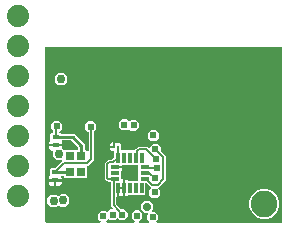
<source format=gbr>
G04 EAGLE Gerber X2 export*
%TF.Part,Single*%
%TF.FileFunction,Copper,L4,Bot,Mixed*%
%TF.FilePolarity,Positive*%
%TF.GenerationSoftware,Autodesk,EAGLE,9.0.0*%
%TF.CreationDate,2018-06-20T01:15:49Z*%
G75*
%MOMM*%
%FSLAX34Y34*%
%LPD*%
%AMOC8*
5,1,8,0,0,1.08239X$1,22.5*%
G01*
%ADD10R,0.177800X0.254000*%
%ADD11R,0.600000X0.400000*%
%ADD12C,1.879600*%
%ADD13R,0.300000X0.925000*%
%ADD14R,0.800000X0.300000*%
%ADD15R,0.700000X0.750000*%
%ADD16C,0.609600*%
%ADD17C,0.254000*%
%ADD18C,0.152400*%
%ADD19C,0.660400*%
%ADD20C,2.250000*%
%ADD21C,0.756400*%
%ADD22C,0.706400*%

G36*
X45682Y-750D02*
X45682Y-750D01*
X45753Y-748D01*
X45802Y-730D01*
X45854Y-722D01*
X45917Y-688D01*
X45984Y-663D01*
X46025Y-631D01*
X46071Y-606D01*
X46121Y-554D01*
X46177Y-510D01*
X46205Y-466D01*
X46241Y-428D01*
X46271Y-363D01*
X46310Y-303D01*
X46322Y-252D01*
X46344Y-205D01*
X46352Y-134D01*
X46370Y-64D01*
X46366Y-12D01*
X46371Y39D01*
X46356Y110D01*
X46350Y181D01*
X46330Y229D01*
X46319Y280D01*
X46282Y341D01*
X46254Y407D01*
X46209Y463D01*
X46193Y491D01*
X46175Y506D01*
X46149Y538D01*
X44040Y2647D01*
X44040Y6436D01*
X46719Y9114D01*
X50507Y9114D01*
X51262Y8359D01*
X51279Y8347D01*
X51291Y8332D01*
X51378Y8276D01*
X51462Y8215D01*
X51481Y8210D01*
X51498Y8199D01*
X51598Y8173D01*
X51697Y8143D01*
X51717Y8144D01*
X51736Y8139D01*
X51839Y8147D01*
X51943Y8149D01*
X51962Y8156D01*
X51982Y8158D01*
X52076Y8198D01*
X52174Y8234D01*
X52190Y8246D01*
X52208Y8254D01*
X52339Y8359D01*
X54607Y10627D01*
X55793Y10627D01*
X55837Y10635D01*
X55881Y10633D01*
X55957Y10654D01*
X56036Y10667D01*
X56075Y10688D01*
X56118Y10700D01*
X56183Y10745D01*
X56253Y10782D01*
X56284Y10814D01*
X56320Y10840D01*
X56368Y10903D01*
X56422Y10961D01*
X56441Y11001D01*
X56468Y11037D01*
X56493Y11112D01*
X56526Y11184D01*
X56531Y11228D01*
X56545Y11270D01*
X56544Y11349D01*
X56553Y11428D01*
X56544Y11472D01*
X56543Y11516D01*
X56518Y11591D01*
X56501Y11668D01*
X56478Y11707D01*
X56463Y11749D01*
X56383Y11866D01*
X56375Y11880D01*
X56372Y11882D01*
X56368Y11887D01*
X55630Y12739D01*
X55615Y12752D01*
X55593Y12779D01*
X54964Y13409D01*
X54961Y13425D01*
X54934Y13476D01*
X54999Y14374D01*
X54997Y14394D01*
X55001Y14428D01*
X55001Y32639D01*
X54998Y32659D01*
X55000Y32678D01*
X54978Y32780D01*
X54961Y32882D01*
X54952Y32899D01*
X54948Y32919D01*
X54894Y33008D01*
X54846Y33099D01*
X54832Y33113D01*
X54821Y33130D01*
X54743Y33197D01*
X54668Y33268D01*
X54650Y33277D01*
X54634Y33290D01*
X54538Y33329D01*
X54445Y33372D01*
X54425Y33374D01*
X54406Y33382D01*
X54240Y33400D01*
X53692Y33400D01*
X53177Y33915D01*
X53103Y33968D01*
X53034Y34028D01*
X53003Y34040D01*
X52977Y34059D01*
X52890Y34085D01*
X52805Y34120D01*
X52764Y34124D01*
X52742Y34131D01*
X52710Y34130D01*
X52639Y34138D01*
X51686Y34138D01*
X49751Y36073D01*
X49751Y45756D01*
X49745Y45795D01*
X49747Y45834D01*
X49725Y45915D01*
X49711Y45999D01*
X49693Y46033D01*
X49683Y46071D01*
X49636Y46149D01*
X49743Y46899D01*
X49743Y46932D01*
X49751Y47007D01*
X49751Y49819D01*
X52430Y52498D01*
X55722Y52498D01*
X55812Y52512D01*
X55903Y52519D01*
X55933Y52532D01*
X55965Y52537D01*
X56046Y52580D01*
X56129Y52616D01*
X56162Y52641D01*
X56182Y52652D01*
X56204Y52676D01*
X56260Y52721D01*
X57826Y54286D01*
X57870Y54347D01*
X57903Y54382D01*
X57909Y54395D01*
X57938Y54430D01*
X57951Y54460D01*
X57969Y54486D01*
X57996Y54573D01*
X58030Y54658D01*
X58035Y54699D01*
X58042Y54721D01*
X58041Y54753D01*
X58049Y54824D01*
X58049Y58923D01*
X58046Y58943D01*
X58048Y58963D01*
X58026Y59064D01*
X58009Y59166D01*
X58000Y59183D01*
X57996Y59203D01*
X57942Y59292D01*
X57894Y59383D01*
X57880Y59397D01*
X57869Y59414D01*
X57791Y59481D01*
X57716Y59553D01*
X57698Y59561D01*
X57682Y59574D01*
X57586Y59613D01*
X57493Y59656D01*
X57473Y59658D01*
X57454Y59666D01*
X57288Y59684D01*
X56560Y59684D01*
X55913Y59858D01*
X55334Y60192D01*
X54861Y60665D01*
X54527Y61244D01*
X54353Y61891D01*
X54353Y62734D01*
X57783Y62734D01*
X57803Y62737D01*
X57822Y62735D01*
X57924Y62757D01*
X58026Y62773D01*
X58043Y62783D01*
X58063Y62787D01*
X58152Y62840D01*
X58243Y62889D01*
X58257Y62903D01*
X58274Y62913D01*
X58274Y62914D01*
X58342Y62992D01*
X58368Y63020D01*
X58413Y63067D01*
X58421Y63085D01*
X58434Y63101D01*
X58473Y63197D01*
X58516Y63290D01*
X58519Y63310D01*
X58526Y63329D01*
X58545Y63495D01*
X58545Y67306D01*
X59007Y67306D01*
X59653Y67133D01*
X60232Y66798D01*
X60518Y66513D01*
X60592Y66460D01*
X60661Y66400D01*
X60691Y66388D01*
X60717Y66369D01*
X60804Y66343D01*
X60889Y66308D01*
X60930Y66304D01*
X60952Y66297D01*
X60985Y66298D01*
X61056Y66290D01*
X62606Y66290D01*
X63499Y65397D01*
X63499Y61510D01*
X63490Y61481D01*
X63460Y61416D01*
X63454Y61364D01*
X63439Y61314D01*
X63440Y61243D01*
X63433Y61171D01*
X63444Y61121D01*
X63445Y61069D01*
X63470Y61001D01*
X63485Y60931D01*
X63512Y60886D01*
X63529Y60838D01*
X63574Y60782D01*
X63611Y60720D01*
X63651Y60686D01*
X63683Y60646D01*
X63743Y60607D01*
X63798Y60560D01*
X63846Y60541D01*
X63890Y60512D01*
X63959Y60495D01*
X64026Y60468D01*
X64097Y60460D01*
X64128Y60452D01*
X64152Y60454D01*
X64193Y60450D01*
X68309Y60450D01*
X68371Y60434D01*
X68470Y60404D01*
X68490Y60404D01*
X68509Y60399D01*
X68612Y60407D01*
X68716Y60410D01*
X68735Y60417D01*
X68755Y60418D01*
X68828Y60450D01*
X73309Y60450D01*
X73371Y60434D01*
X73470Y60404D01*
X73490Y60404D01*
X73509Y60399D01*
X73612Y60407D01*
X73716Y60410D01*
X73735Y60417D01*
X73755Y60418D01*
X73828Y60450D01*
X74316Y60450D01*
X74406Y60464D01*
X74497Y60471D01*
X74527Y60484D01*
X74559Y60489D01*
X74640Y60532D01*
X74724Y60568D01*
X74756Y60594D01*
X74776Y60604D01*
X74799Y60628D01*
X74855Y60673D01*
X76117Y61935D01*
X77680Y63498D01*
X86030Y63498D01*
X86743Y62784D01*
X86801Y62743D01*
X86853Y62693D01*
X86900Y62671D01*
X86942Y62641D01*
X87011Y62620D01*
X87076Y62590D01*
X87128Y62584D01*
X87178Y62568D01*
X87249Y62570D01*
X87320Y62562D01*
X87371Y62574D01*
X87423Y62575D01*
X87491Y62599D01*
X87561Y62615D01*
X87606Y62641D01*
X87654Y62659D01*
X87710Y62704D01*
X87772Y62741D01*
X87806Y62780D01*
X87846Y62813D01*
X87885Y62873D01*
X87932Y62928D01*
X87951Y62976D01*
X87979Y63020D01*
X87991Y63064D01*
X90721Y65794D01*
X94509Y65794D01*
X97188Y63116D01*
X97188Y60198D01*
X97202Y60108D01*
X97210Y60017D01*
X97222Y59987D01*
X97227Y59956D01*
X97270Y59875D01*
X97306Y59791D01*
X97332Y59759D01*
X97343Y59738D01*
X97366Y59716D01*
X97411Y59660D01*
X101305Y55766D01*
X101305Y34771D01*
X99742Y33208D01*
X95501Y28967D01*
X95489Y28951D01*
X95474Y28938D01*
X95418Y28851D01*
X95357Y28767D01*
X95352Y28748D01*
X95341Y28731D01*
X95315Y28631D01*
X95285Y28532D01*
X95286Y28512D01*
X95281Y28493D01*
X95289Y28390D01*
X95291Y28286D01*
X95298Y28267D01*
X95300Y28247D01*
X95340Y28152D01*
X95376Y28055D01*
X95388Y28039D01*
X95396Y28021D01*
X95501Y27890D01*
X96656Y26735D01*
X96656Y22947D01*
X93977Y20268D01*
X90189Y20268D01*
X87510Y22947D01*
X87510Y26735D01*
X88978Y28202D01*
X88989Y28219D01*
X89005Y28231D01*
X89061Y28318D01*
X89121Y28402D01*
X89127Y28421D01*
X89138Y28438D01*
X89163Y28538D01*
X89194Y28637D01*
X89193Y28657D01*
X89198Y28677D01*
X89190Y28780D01*
X89187Y28883D01*
X89181Y28902D01*
X89179Y28922D01*
X89139Y29017D01*
X89103Y29114D01*
X89090Y29130D01*
X89083Y29148D01*
X88978Y29279D01*
X85398Y32859D01*
X85340Y32901D01*
X85288Y32950D01*
X85240Y32972D01*
X85198Y33003D01*
X85130Y33024D01*
X85065Y33054D01*
X85013Y33060D01*
X84963Y33075D01*
X84891Y33073D01*
X84820Y33081D01*
X84769Y33070D01*
X84717Y33069D01*
X84650Y33044D01*
X84580Y33029D01*
X84535Y33002D01*
X84486Y32984D01*
X84430Y32939D01*
X84369Y32903D01*
X84335Y32863D01*
X84294Y32830D01*
X84255Y32770D01*
X84209Y32716D01*
X84189Y32667D01*
X84161Y32624D01*
X84144Y32554D01*
X84117Y32487D01*
X84109Y32416D01*
X84101Y32385D01*
X84103Y32362D01*
X84098Y32321D01*
X84098Y23293D01*
X83205Y22400D01*
X78838Y22400D01*
X78776Y22416D01*
X78677Y22446D01*
X78657Y22446D01*
X78638Y22451D01*
X78535Y22443D01*
X78431Y22440D01*
X78413Y22433D01*
X78393Y22431D01*
X78319Y22400D01*
X73838Y22400D01*
X73776Y22416D01*
X73677Y22446D01*
X73657Y22446D01*
X73638Y22451D01*
X73535Y22443D01*
X73431Y22440D01*
X73413Y22433D01*
X73393Y22431D01*
X73319Y22400D01*
X69957Y22400D01*
X69867Y22385D01*
X69776Y22378D01*
X69747Y22366D01*
X69715Y22360D01*
X69634Y22318D01*
X69550Y22282D01*
X69518Y22256D01*
X69497Y22245D01*
X69475Y22222D01*
X69419Y22177D01*
X69134Y21892D01*
X68554Y21557D01*
X67908Y21384D01*
X66835Y21384D01*
X66835Y28550D01*
X66835Y35716D01*
X67908Y35716D01*
X68554Y35542D01*
X69134Y35208D01*
X69419Y34923D01*
X69493Y34869D01*
X69562Y34810D01*
X69593Y34798D01*
X69619Y34779D01*
X69706Y34752D01*
X69791Y34718D01*
X69832Y34714D01*
X69854Y34707D01*
X69886Y34708D01*
X69957Y34700D01*
X73309Y34700D01*
X73372Y34684D01*
X73470Y34654D01*
X73490Y34654D01*
X73510Y34649D01*
X73613Y34657D01*
X73716Y34660D01*
X73735Y34667D01*
X73755Y34668D01*
X73828Y34700D01*
X77538Y34700D01*
X77557Y34703D01*
X77577Y34701D01*
X77678Y34723D01*
X77780Y34739D01*
X77798Y34749D01*
X77817Y34753D01*
X77906Y34806D01*
X77998Y34854D01*
X78011Y34869D01*
X78029Y34879D01*
X78096Y34958D01*
X78167Y35033D01*
X78175Y35051D01*
X78188Y35066D01*
X78227Y35162D01*
X78271Y35256D01*
X78273Y35276D01*
X78280Y35294D01*
X78299Y35461D01*
X78299Y38660D01*
X78315Y38723D01*
X78345Y38821D01*
X78344Y38841D01*
X78349Y38861D01*
X78341Y38964D01*
X78339Y39067D01*
X78332Y39086D01*
X78330Y39106D01*
X78299Y39179D01*
X78299Y43660D01*
X78315Y43723D01*
X78345Y43821D01*
X78344Y43841D01*
X78349Y43861D01*
X78341Y43964D01*
X78339Y44067D01*
X78332Y44086D01*
X78330Y44106D01*
X78299Y44179D01*
X78299Y47389D01*
X78296Y47409D01*
X78298Y47428D01*
X78276Y47530D01*
X78259Y47632D01*
X78250Y47649D01*
X78246Y47669D01*
X78192Y47758D01*
X78144Y47849D01*
X78130Y47863D01*
X78119Y47880D01*
X78041Y47947D01*
X77966Y48018D01*
X77948Y48027D01*
X77932Y48040D01*
X77836Y48079D01*
X77743Y48122D01*
X77723Y48124D01*
X77704Y48132D01*
X77538Y48150D01*
X73838Y48150D01*
X73776Y48166D01*
X73677Y48196D01*
X73657Y48196D01*
X73638Y48201D01*
X73534Y48193D01*
X73431Y48190D01*
X73412Y48183D01*
X73392Y48181D01*
X73319Y48150D01*
X68838Y48150D01*
X68776Y48166D01*
X68677Y48196D01*
X68657Y48196D01*
X68638Y48201D01*
X68534Y48193D01*
X68431Y48190D01*
X68412Y48183D01*
X68392Y48181D01*
X68319Y48150D01*
X65626Y48150D01*
X65606Y48147D01*
X65586Y48149D01*
X65485Y48127D01*
X65383Y48110D01*
X65365Y48101D01*
X65346Y48097D01*
X65257Y48044D01*
X65165Y47995D01*
X65152Y47981D01*
X65135Y47971D01*
X65067Y47892D01*
X64996Y47817D01*
X64988Y47799D01*
X64975Y47784D01*
X64936Y47688D01*
X64892Y47594D01*
X64890Y47574D01*
X64883Y47556D01*
X64864Y47389D01*
X64864Y47186D01*
X58324Y47186D01*
X58304Y47183D01*
X58284Y47185D01*
X58183Y47163D01*
X58081Y47147D01*
X58064Y47137D01*
X58044Y47133D01*
X57955Y47080D01*
X57864Y47031D01*
X57850Y47017D01*
X57833Y47007D01*
X57766Y46928D01*
X57694Y46853D01*
X57686Y46835D01*
X57673Y46820D01*
X57634Y46724D01*
X57591Y46630D01*
X57589Y46610D01*
X57581Y46592D01*
X57563Y46425D01*
X57566Y46405D01*
X57564Y46386D01*
X57564Y46385D01*
X57586Y46284D01*
X57602Y46182D01*
X57612Y46164D01*
X57616Y46145D01*
X57669Y46056D01*
X57717Y45965D01*
X57732Y45951D01*
X57742Y45934D01*
X57821Y45866D01*
X57896Y45795D01*
X57914Y45787D01*
X57929Y45774D01*
X58025Y45735D01*
X58119Y45692D01*
X58139Y45689D01*
X58157Y45682D01*
X58324Y45663D01*
X64864Y45663D01*
X64864Y44590D01*
X64691Y43944D01*
X64357Y43365D01*
X64071Y43079D01*
X64018Y43005D01*
X63959Y42936D01*
X63947Y42906D01*
X63928Y42880D01*
X63901Y42793D01*
X63867Y42708D01*
X63862Y42667D01*
X63855Y42645D01*
X63856Y42612D01*
X63848Y42541D01*
X63848Y39189D01*
X63833Y39127D01*
X63802Y39028D01*
X63803Y39008D01*
X63798Y38989D01*
X63806Y38886D01*
X63809Y38782D01*
X63816Y38764D01*
X63817Y38744D01*
X63848Y38670D01*
X63848Y36477D01*
X63852Y36457D01*
X63849Y36437D01*
X63871Y36336D01*
X63888Y36234D01*
X63897Y36217D01*
X63902Y36197D01*
X63955Y36108D01*
X64003Y36017D01*
X64018Y36003D01*
X64028Y35986D01*
X64107Y35919D01*
X64182Y35847D01*
X64200Y35839D01*
X64215Y35826D01*
X64311Y35787D01*
X64405Y35744D01*
X64424Y35742D01*
X64443Y35734D01*
X64610Y35716D01*
X65312Y35716D01*
X65312Y29311D01*
X61074Y29311D01*
X61054Y29308D01*
X61034Y29310D01*
X60933Y29288D01*
X60831Y29272D01*
X60814Y29262D01*
X60794Y29258D01*
X60705Y29205D01*
X60614Y29156D01*
X60613Y29156D01*
X60600Y29142D01*
X60583Y29132D01*
X60583Y29131D01*
X60582Y29131D01*
X60515Y29053D01*
X60444Y28978D01*
X60436Y28960D01*
X60423Y28944D01*
X60384Y28848D01*
X60340Y28755D01*
X60338Y28735D01*
X60331Y28716D01*
X60312Y28550D01*
X60312Y21381D01*
X60296Y21383D01*
X60195Y21361D01*
X60093Y21344D01*
X60075Y21335D01*
X60056Y21331D01*
X59967Y21278D01*
X59875Y21229D01*
X59862Y21215D01*
X59845Y21205D01*
X59777Y21126D01*
X59706Y21051D01*
X59698Y21033D01*
X59685Y21018D01*
X59646Y20922D01*
X59602Y20828D01*
X59600Y20808D01*
X59593Y20790D01*
X59574Y20623D01*
X59574Y15455D01*
X59585Y15391D01*
X59585Y15327D01*
X59604Y15271D01*
X59614Y15212D01*
X59644Y15155D01*
X59665Y15095D01*
X59714Y15024D01*
X59729Y14995D01*
X59743Y14982D01*
X59760Y14957D01*
X63528Y10604D01*
X63618Y10529D01*
X63709Y10451D01*
X63713Y10450D01*
X63717Y10447D01*
X63826Y10404D01*
X63937Y10359D01*
X63943Y10359D01*
X63946Y10357D01*
X63961Y10357D01*
X64104Y10341D01*
X66584Y10341D01*
X69262Y7662D01*
X69262Y3874D01*
X66584Y1196D01*
X62796Y1196D01*
X60991Y3000D01*
X60975Y3012D01*
X60962Y3028D01*
X60875Y3084D01*
X60791Y3144D01*
X60772Y3150D01*
X60755Y3161D01*
X60655Y3186D01*
X60556Y3216D01*
X60536Y3216D01*
X60517Y3221D01*
X60414Y3213D01*
X60310Y3210D01*
X60291Y3203D01*
X60271Y3202D01*
X60177Y3161D01*
X60079Y3126D01*
X60063Y3113D01*
X60045Y3105D01*
X59914Y3000D01*
X58396Y1482D01*
X54607Y1482D01*
X53852Y2237D01*
X53836Y2249D01*
X53823Y2264D01*
X53736Y2321D01*
X53652Y2381D01*
X53633Y2387D01*
X53617Y2397D01*
X53516Y2423D01*
X53417Y2453D01*
X53397Y2453D01*
X53378Y2457D01*
X53275Y2449D01*
X53171Y2447D01*
X53153Y2440D01*
X53133Y2438D01*
X53038Y2398D01*
X52940Y2362D01*
X52925Y2350D01*
X52906Y2342D01*
X52776Y2237D01*
X51077Y538D01*
X51035Y480D01*
X50985Y428D01*
X50963Y381D01*
X50933Y339D01*
X50912Y270D01*
X50882Y205D01*
X50876Y153D01*
X50861Y103D01*
X50863Y32D01*
X50855Y-39D01*
X50866Y-90D01*
X50867Y-142D01*
X50892Y-210D01*
X50907Y-280D01*
X50934Y-324D01*
X50952Y-373D01*
X50996Y-429D01*
X51033Y-491D01*
X51073Y-525D01*
X51105Y-565D01*
X51166Y-604D01*
X51220Y-651D01*
X51268Y-670D01*
X51312Y-698D01*
X51382Y-716D01*
X51448Y-743D01*
X51520Y-751D01*
X51551Y-759D01*
X51574Y-757D01*
X51615Y-761D01*
X74694Y-761D01*
X74765Y-750D01*
X74836Y-748D01*
X74885Y-730D01*
X74937Y-722D01*
X75000Y-688D01*
X75067Y-663D01*
X75108Y-631D01*
X75154Y-606D01*
X75204Y-554D01*
X75260Y-510D01*
X75288Y-466D01*
X75324Y-428D01*
X75354Y-363D01*
X75393Y-303D01*
X75405Y-252D01*
X75427Y-205D01*
X75435Y-134D01*
X75453Y-64D01*
X75449Y-12D01*
X75454Y39D01*
X75439Y110D01*
X75433Y181D01*
X75413Y229D01*
X75402Y280D01*
X75365Y341D01*
X75337Y407D01*
X75292Y463D01*
X75276Y491D01*
X75258Y506D01*
X75232Y538D01*
X72531Y3240D01*
X72531Y7028D01*
X75210Y9706D01*
X78998Y9706D01*
X81677Y7028D01*
X81677Y3240D01*
X78975Y538D01*
X78933Y480D01*
X78884Y428D01*
X78862Y381D01*
X78832Y339D01*
X78811Y270D01*
X78780Y205D01*
X78775Y153D01*
X78759Y103D01*
X78761Y32D01*
X78753Y-39D01*
X78764Y-90D01*
X78766Y-142D01*
X78790Y-210D01*
X78806Y-280D01*
X78832Y-325D01*
X78850Y-373D01*
X78895Y-429D01*
X78932Y-491D01*
X78971Y-525D01*
X79004Y-565D01*
X79064Y-604D01*
X79119Y-651D01*
X79167Y-670D01*
X79211Y-698D01*
X79280Y-716D01*
X79347Y-743D01*
X79418Y-751D01*
X79449Y-759D01*
X79473Y-757D01*
X79514Y-761D01*
X86871Y-761D01*
X86942Y-750D01*
X87014Y-748D01*
X87063Y-730D01*
X87114Y-722D01*
X87177Y-688D01*
X87245Y-663D01*
X87285Y-631D01*
X87331Y-606D01*
X87381Y-554D01*
X87437Y-510D01*
X87465Y-466D01*
X87501Y-428D01*
X87531Y-363D01*
X87570Y-303D01*
X87582Y-252D01*
X87604Y-205D01*
X87612Y-134D01*
X87630Y-64D01*
X87626Y-12D01*
X87631Y39D01*
X87616Y110D01*
X87611Y181D01*
X87590Y229D01*
X87579Y280D01*
X87542Y341D01*
X87514Y407D01*
X87469Y463D01*
X87453Y491D01*
X87435Y506D01*
X87409Y538D01*
X86020Y1928D01*
X86020Y5716D01*
X86644Y6340D01*
X86686Y6398D01*
X86735Y6450D01*
X86757Y6497D01*
X86787Y6540D01*
X86808Y6608D01*
X86839Y6673D01*
X86844Y6725D01*
X86860Y6775D01*
X86858Y6847D01*
X86866Y6918D01*
X86855Y6969D01*
X86853Y7021D01*
X86829Y7088D01*
X86813Y7158D01*
X86787Y7203D01*
X86769Y7252D01*
X86724Y7308D01*
X86687Y7369D01*
X86648Y7403D01*
X86615Y7444D01*
X86555Y7482D01*
X86500Y7529D01*
X86452Y7549D01*
X86408Y7577D01*
X86339Y7594D01*
X86272Y7621D01*
X86201Y7629D01*
X86170Y7637D01*
X86146Y7635D01*
X86105Y7640D01*
X83399Y7640D01*
X80436Y10602D01*
X80436Y14791D01*
X83399Y17753D01*
X87588Y17753D01*
X90550Y14791D01*
X90550Y10602D01*
X89643Y9694D01*
X89601Y9636D01*
X89551Y9584D01*
X89529Y9537D01*
X89499Y9495D01*
X89478Y9426D01*
X89448Y9361D01*
X89442Y9309D01*
X89427Y9259D01*
X89429Y9188D01*
X89421Y9117D01*
X89432Y9066D01*
X89433Y9014D01*
X89458Y8946D01*
X89473Y8876D01*
X89500Y8832D01*
X89517Y8783D01*
X89562Y8727D01*
X89599Y8665D01*
X89639Y8631D01*
X89671Y8591D01*
X89731Y8552D01*
X89786Y8505D01*
X89834Y8486D01*
X89878Y8458D01*
X89948Y8440D01*
X90014Y8413D01*
X90085Y8405D01*
X90117Y8397D01*
X90140Y8399D01*
X90181Y8395D01*
X92487Y8395D01*
X95165Y5716D01*
X95165Y1928D01*
X93776Y538D01*
X93734Y480D01*
X93684Y428D01*
X93662Y381D01*
X93632Y339D01*
X93611Y270D01*
X93581Y205D01*
X93575Y153D01*
X93560Y103D01*
X93562Y32D01*
X93554Y-39D01*
X93565Y-90D01*
X93566Y-142D01*
X93591Y-210D01*
X93606Y-280D01*
X93633Y-325D01*
X93651Y-373D01*
X93695Y-429D01*
X93732Y-491D01*
X93772Y-525D01*
X93804Y-565D01*
X93865Y-604D01*
X93919Y-651D01*
X93967Y-670D01*
X94011Y-698D01*
X94081Y-716D01*
X94147Y-743D01*
X94219Y-751D01*
X94250Y-759D01*
X94273Y-757D01*
X94314Y-761D01*
X199316Y-761D01*
X199336Y-758D01*
X199355Y-760D01*
X199457Y-738D01*
X199559Y-722D01*
X199576Y-712D01*
X199596Y-708D01*
X199685Y-655D01*
X199776Y-606D01*
X199790Y-592D01*
X199807Y-582D01*
X199874Y-503D01*
X199946Y-428D01*
X199954Y-410D01*
X199967Y-395D01*
X200006Y-299D01*
X200049Y-205D01*
X200051Y-185D01*
X200059Y-167D01*
X200077Y0D01*
X200077Y147500D01*
X200074Y147520D01*
X200076Y147539D01*
X200054Y147641D01*
X200038Y147743D01*
X200028Y147760D01*
X200024Y147780D01*
X199971Y147869D01*
X199922Y147960D01*
X199908Y147974D01*
X199898Y147991D01*
X199819Y148058D01*
X199744Y148130D01*
X199726Y148138D01*
X199711Y148151D01*
X199615Y148190D01*
X199521Y148233D01*
X199501Y148235D01*
X199483Y148243D01*
X199316Y148261D01*
X0Y148261D01*
X-20Y148258D01*
X-39Y148260D01*
X-141Y148238D01*
X-243Y148222D01*
X-260Y148212D01*
X-280Y148208D01*
X-369Y148155D01*
X-460Y148106D01*
X-474Y148092D01*
X-491Y148082D01*
X-558Y148003D01*
X-630Y147928D01*
X-638Y147910D01*
X-651Y147895D01*
X-690Y147799D01*
X-733Y147705D01*
X-735Y147685D01*
X-743Y147667D01*
X-761Y147500D01*
X-761Y0D01*
X-758Y-20D01*
X-760Y-39D01*
X-738Y-141D01*
X-722Y-243D01*
X-712Y-260D01*
X-708Y-280D01*
X-655Y-369D01*
X-606Y-460D01*
X-592Y-474D01*
X-582Y-491D01*
X-503Y-558D01*
X-428Y-630D01*
X-410Y-638D01*
X-395Y-651D01*
X-299Y-690D01*
X-205Y-733D01*
X-185Y-735D01*
X-167Y-743D01*
X0Y-761D01*
X45611Y-761D01*
X45682Y-750D01*
G37*
%LPC*%
G36*
X7778Y35962D02*
X7778Y35962D01*
X7758Y35964D01*
X7740Y35972D01*
X7573Y35990D01*
X2270Y35990D01*
X2270Y37325D01*
X2443Y37972D01*
X2778Y38551D01*
X3063Y38836D01*
X3116Y38910D01*
X3176Y38980D01*
X3188Y39010D01*
X3207Y39036D01*
X3234Y39123D01*
X3268Y39208D01*
X3272Y39249D01*
X3279Y39271D01*
X3278Y39303D01*
X3286Y39375D01*
X3286Y44622D01*
X4179Y45516D01*
X7786Y45516D01*
X7877Y45530D01*
X7967Y45537D01*
X7997Y45550D01*
X8029Y45555D01*
X8110Y45598D01*
X8194Y45634D01*
X8226Y45659D01*
X8247Y45670D01*
X8269Y45694D01*
X8325Y45739D01*
X12702Y50116D01*
X13377Y50791D01*
X13419Y50849D01*
X13468Y50901D01*
X13490Y50948D01*
X13520Y50990D01*
X13542Y51059D01*
X13572Y51124D01*
X13577Y51176D01*
X13593Y51225D01*
X13591Y51297D01*
X13599Y51368D01*
X13588Y51419D01*
X13586Y51471D01*
X13562Y51539D01*
X13547Y51609D01*
X13520Y51653D01*
X13502Y51702D01*
X13457Y51758D01*
X13420Y51820D01*
X13381Y51854D01*
X13348Y51894D01*
X13288Y51933D01*
X13234Y51980D01*
X13185Y51999D01*
X13141Y52027D01*
X13072Y52045D01*
X13005Y52072D01*
X12934Y52080D01*
X12903Y52087D01*
X12880Y52086D01*
X12839Y52090D01*
X8802Y52090D01*
X5693Y55199D01*
X5693Y59401D01*
X5692Y59411D01*
X5692Y59417D01*
X5691Y59425D01*
X5692Y59440D01*
X5670Y59542D01*
X5654Y59644D01*
X5644Y59661D01*
X5640Y59681D01*
X5587Y59770D01*
X5538Y59861D01*
X5524Y59875D01*
X5514Y59892D01*
X5435Y59959D01*
X5360Y60030D01*
X5342Y60039D01*
X5327Y60052D01*
X5231Y60091D01*
X5137Y60134D01*
X5117Y60136D01*
X5099Y60144D01*
X4932Y60162D01*
X4862Y60162D01*
X4216Y60335D01*
X3636Y60670D01*
X3163Y61143D01*
X2829Y61722D01*
X2656Y62368D01*
X2656Y63704D01*
X7958Y63704D01*
X7978Y63707D01*
X7998Y63705D01*
X8099Y63727D01*
X8201Y63743D01*
X8203Y63744D01*
X8230Y63732D01*
X8249Y63730D01*
X8268Y63722D01*
X8435Y63704D01*
X13737Y63704D01*
X13737Y62480D01*
X13752Y62390D01*
X13759Y62299D01*
X13772Y62269D01*
X13777Y62237D01*
X13820Y62157D01*
X13855Y62073D01*
X13881Y62040D01*
X13892Y62020D01*
X13915Y61998D01*
X13960Y61942D01*
X15025Y60876D01*
X15041Y60865D01*
X15054Y60849D01*
X15141Y60793D01*
X15225Y60733D01*
X15244Y60727D01*
X15261Y60716D01*
X15361Y60691D01*
X15460Y60661D01*
X15480Y60661D01*
X15499Y60656D01*
X15602Y60664D01*
X15706Y60667D01*
X15725Y60674D01*
X15745Y60675D01*
X15808Y60702D01*
X24191Y60702D01*
X24521Y60372D01*
X24537Y60360D01*
X24550Y60345D01*
X24637Y60289D01*
X24721Y60228D01*
X24740Y60223D01*
X24756Y60212D01*
X24857Y60187D01*
X24956Y60156D01*
X24976Y60157D01*
X24995Y60152D01*
X25098Y60160D01*
X25202Y60162D01*
X25220Y60169D01*
X25240Y60171D01*
X25335Y60211D01*
X25433Y60247D01*
X25448Y60259D01*
X25466Y60267D01*
X25597Y60372D01*
X25928Y60702D01*
X26503Y60702D01*
X26523Y60705D01*
X26543Y60703D01*
X26644Y60725D01*
X26746Y60742D01*
X26763Y60751D01*
X26783Y60755D01*
X26872Y60809D01*
X26963Y60857D01*
X26977Y60871D01*
X26994Y60882D01*
X27061Y60960D01*
X27133Y61035D01*
X27141Y61053D01*
X27154Y61069D01*
X27193Y61165D01*
X27236Y61258D01*
X27238Y61278D01*
X27246Y61297D01*
X27264Y61463D01*
X27264Y62802D01*
X27250Y62892D01*
X27243Y62983D01*
X27230Y63013D01*
X27225Y63045D01*
X27182Y63126D01*
X27146Y63210D01*
X27121Y63242D01*
X27110Y63262D01*
X27086Y63285D01*
X27041Y63340D01*
X21697Y68685D01*
X21623Y68738D01*
X21553Y68798D01*
X21523Y68810D01*
X21497Y68829D01*
X21410Y68856D01*
X21325Y68890D01*
X21284Y68894D01*
X21262Y68901D01*
X21230Y68900D01*
X21158Y68908D01*
X14176Y68908D01*
X14082Y68893D01*
X13987Y68884D01*
X13961Y68873D01*
X13933Y68868D01*
X13849Y68824D01*
X13761Y68786D01*
X13740Y68767D01*
X13715Y68753D01*
X13650Y68684D01*
X13579Y68620D01*
X13566Y68595D01*
X13546Y68575D01*
X13506Y68489D01*
X13459Y68405D01*
X13454Y68377D01*
X13442Y68352D01*
X13432Y68257D01*
X13415Y68163D01*
X13418Y68136D01*
X13415Y68107D01*
X13436Y68014D01*
X13449Y67920D01*
X13463Y67888D01*
X13468Y67867D01*
X13485Y67839D01*
X13516Y67766D01*
X13564Y67684D01*
X13737Y67037D01*
X13737Y65702D01*
X8435Y65702D01*
X8415Y65699D01*
X8395Y65701D01*
X8294Y65679D01*
X8192Y65662D01*
X8190Y65662D01*
X8163Y65674D01*
X8144Y65676D01*
X8125Y65684D01*
X7958Y65702D01*
X2656Y65702D01*
X2656Y67037D01*
X2829Y67684D01*
X3163Y68263D01*
X3449Y68548D01*
X3502Y68622D01*
X3561Y68692D01*
X3574Y68722D01*
X3592Y68748D01*
X3619Y68835D01*
X3653Y68920D01*
X3658Y68961D01*
X3665Y68983D01*
X3664Y69015D01*
X3672Y69087D01*
X3672Y74335D01*
X4565Y75228D01*
X5149Y75228D01*
X5168Y75231D01*
X5188Y75229D01*
X5289Y75251D01*
X5391Y75267D01*
X5409Y75277D01*
X5428Y75281D01*
X5517Y75334D01*
X5609Y75382D01*
X5622Y75397D01*
X5639Y75407D01*
X5707Y75486D01*
X5778Y75561D01*
X5786Y75579D01*
X5799Y75594D01*
X5838Y75690D01*
X5882Y75784D01*
X5884Y75804D01*
X5891Y75822D01*
X5910Y75989D01*
X5910Y77252D01*
X5895Y77342D01*
X5888Y77433D01*
X5875Y77463D01*
X5870Y77495D01*
X5827Y77575D01*
X5792Y77659D01*
X5766Y77691D01*
X5755Y77712D01*
X5732Y77734D01*
X5687Y77790D01*
X4739Y78738D01*
X4739Y82526D01*
X7418Y85205D01*
X11206Y85205D01*
X13885Y82526D01*
X13885Y78738D01*
X11639Y76493D01*
X11628Y76477D01*
X11612Y76464D01*
X11556Y76377D01*
X11496Y76293D01*
X11490Y76274D01*
X11479Y76257D01*
X11454Y76157D01*
X11423Y76058D01*
X11424Y76038D01*
X11419Y76019D01*
X11427Y75916D01*
X11430Y75812D01*
X11437Y75793D01*
X11438Y75774D01*
X11479Y75679D01*
X11514Y75581D01*
X11527Y75566D01*
X11535Y75547D01*
X11639Y75416D01*
X12335Y74721D01*
X12409Y74668D01*
X12479Y74608D01*
X12509Y74596D01*
X12535Y74577D01*
X12622Y74550D01*
X12707Y74516D01*
X12748Y74512D01*
X12770Y74505D01*
X12802Y74506D01*
X12873Y74498D01*
X23789Y74498D01*
X32854Y65433D01*
X32854Y61463D01*
X32857Y61444D01*
X32855Y61424D01*
X32877Y61323D01*
X32894Y61221D01*
X32903Y61203D01*
X32907Y61184D01*
X32960Y61095D01*
X33009Y61003D01*
X33023Y60990D01*
X33033Y60972D01*
X33112Y60905D01*
X33187Y60834D01*
X33205Y60826D01*
X33220Y60813D01*
X33316Y60774D01*
X33410Y60730D01*
X33430Y60728D01*
X33448Y60721D01*
X33615Y60702D01*
X34191Y60702D01*
X34974Y59919D01*
X35032Y59877D01*
X35084Y59828D01*
X35131Y59806D01*
X35173Y59776D01*
X35242Y59755D01*
X35307Y59724D01*
X35359Y59719D01*
X35408Y59703D01*
X35480Y59705D01*
X35551Y59697D01*
X35602Y59708D01*
X35654Y59710D01*
X35722Y59734D01*
X35792Y59750D01*
X35836Y59776D01*
X35885Y59794D01*
X35941Y59839D01*
X36003Y59876D01*
X36037Y59915D01*
X36077Y59948D01*
X36116Y60008D01*
X36163Y60063D01*
X36182Y60111D01*
X36210Y60155D01*
X36228Y60224D01*
X36255Y60291D01*
X36262Y60362D01*
X36270Y60393D01*
X36269Y60417D01*
X36273Y60458D01*
X36273Y75509D01*
X36258Y75599D01*
X36251Y75690D01*
X36239Y75720D01*
X36233Y75752D01*
X36191Y75833D01*
X36155Y75917D01*
X36129Y75949D01*
X36118Y75969D01*
X36095Y75992D01*
X36050Y76048D01*
X33517Y78581D01*
X33517Y82369D01*
X36195Y85048D01*
X39983Y85048D01*
X42662Y82369D01*
X42662Y78581D01*
X41069Y76989D01*
X41016Y76915D01*
X40957Y76845D01*
X40945Y76815D01*
X40926Y76789D01*
X40899Y76702D01*
X40865Y76617D01*
X40860Y76576D01*
X40854Y76554D01*
X40854Y76522D01*
X40847Y76450D01*
X40847Y52498D01*
X35307Y46958D01*
X35262Y46897D01*
X35232Y46864D01*
X35226Y46852D01*
X35194Y46815D01*
X35182Y46785D01*
X35163Y46759D01*
X35137Y46672D01*
X35102Y46587D01*
X35098Y46546D01*
X35091Y46524D01*
X35092Y46491D01*
X35084Y46420D01*
X35084Y37546D01*
X34191Y36653D01*
X25928Y36653D01*
X25597Y36983D01*
X25581Y36995D01*
X25569Y37010D01*
X25482Y37066D01*
X25398Y37126D01*
X25379Y37132D01*
X25362Y37143D01*
X25261Y37168D01*
X25163Y37199D01*
X25143Y37198D01*
X25123Y37203D01*
X25020Y37195D01*
X24917Y37192D01*
X24898Y37186D01*
X24878Y37184D01*
X24783Y37144D01*
X24686Y37108D01*
X24670Y37095D01*
X24652Y37088D01*
X24521Y36983D01*
X24191Y36653D01*
X15928Y36653D01*
X15034Y37546D01*
X15034Y38435D01*
X15031Y38455D01*
X15033Y38474D01*
X15011Y38576D01*
X14995Y38678D01*
X14985Y38695D01*
X14981Y38715D01*
X14928Y38804D01*
X14880Y38895D01*
X14865Y38909D01*
X14855Y38926D01*
X14776Y38993D01*
X14701Y39064D01*
X14683Y39073D01*
X14668Y39086D01*
X14572Y39124D01*
X14478Y39168D01*
X14458Y39170D01*
X14440Y39178D01*
X14273Y39196D01*
X13790Y39196D01*
X13696Y39181D01*
X13601Y39172D01*
X13575Y39161D01*
X13547Y39156D01*
X13463Y39112D01*
X13376Y39073D01*
X13355Y39054D01*
X13330Y39041D01*
X13264Y38972D01*
X13194Y38908D01*
X13180Y38883D01*
X13161Y38863D01*
X13120Y38777D01*
X13074Y38693D01*
X13069Y38665D01*
X13057Y38640D01*
X13046Y38545D01*
X13029Y38451D01*
X13033Y38423D01*
X13030Y38395D01*
X13050Y38302D01*
X13063Y38208D01*
X13078Y38175D01*
X13082Y38155D01*
X13099Y38127D01*
X13131Y38054D01*
X13179Y37971D01*
X13352Y37325D01*
X13352Y35990D01*
X8049Y35990D01*
X8030Y35987D01*
X8010Y35989D01*
X7908Y35967D01*
X7806Y35950D01*
X7805Y35949D01*
X7778Y35962D01*
G37*
%LPD*%
%LPC*%
G36*
X182459Y2225D02*
X182459Y2225D01*
X177764Y4170D01*
X174170Y7764D01*
X172225Y12459D01*
X172225Y17541D01*
X174170Y22236D01*
X177764Y25830D01*
X182459Y27775D01*
X187541Y27775D01*
X192236Y25830D01*
X195830Y22236D01*
X197775Y17541D01*
X197775Y12459D01*
X195830Y7764D01*
X192236Y4170D01*
X187541Y2225D01*
X182459Y2225D01*
G37*
%LPD*%
%LPC*%
G36*
X4387Y12321D02*
X4387Y12321D01*
X1278Y15430D01*
X1278Y19826D01*
X4387Y22935D01*
X8783Y22935D01*
X9926Y21791D01*
X9943Y21780D01*
X9955Y21764D01*
X10042Y21708D01*
X10126Y21648D01*
X10145Y21642D01*
X10162Y21631D01*
X10262Y21606D01*
X10361Y21575D01*
X10381Y21576D01*
X10401Y21571D01*
X10503Y21579D01*
X10607Y21582D01*
X10626Y21589D01*
X10646Y21590D01*
X10741Y21631D01*
X10838Y21666D01*
X10854Y21679D01*
X10872Y21686D01*
X11003Y21791D01*
X12453Y23242D01*
X16850Y23242D01*
X19958Y20133D01*
X19958Y15737D01*
X16850Y12628D01*
X12453Y12628D01*
X11310Y13772D01*
X11294Y13783D01*
X11281Y13799D01*
X11194Y13855D01*
X11110Y13915D01*
X11091Y13921D01*
X11074Y13932D01*
X10974Y13957D01*
X10875Y13988D01*
X10855Y13987D01*
X10836Y13992D01*
X10733Y13984D01*
X10629Y13981D01*
X10610Y13974D01*
X10590Y13973D01*
X10496Y13932D01*
X10398Y13897D01*
X10382Y13884D01*
X10364Y13876D01*
X10233Y13772D01*
X8783Y12321D01*
X4387Y12321D01*
G37*
%LPD*%
%LPC*%
G36*
X72492Y77107D02*
X72492Y77107D01*
X70805Y78794D01*
X70789Y78806D01*
X70777Y78821D01*
X70690Y78877D01*
X70606Y78938D01*
X70587Y78943D01*
X70570Y78954D01*
X70469Y78979D01*
X70371Y79010D01*
X70351Y79009D01*
X70331Y79014D01*
X70228Y79006D01*
X70125Y79004D01*
X70106Y78997D01*
X70086Y78995D01*
X69991Y78955D01*
X69894Y78919D01*
X69878Y78907D01*
X69860Y78899D01*
X69729Y78794D01*
X68390Y77455D01*
X64601Y77455D01*
X61923Y80133D01*
X61923Y83921D01*
X64601Y86600D01*
X68390Y86600D01*
X70076Y84914D01*
X70092Y84902D01*
X70105Y84886D01*
X70192Y84830D01*
X70276Y84770D01*
X70295Y84764D01*
X70312Y84753D01*
X70412Y84728D01*
X70511Y84698D01*
X70531Y84698D01*
X70550Y84693D01*
X70653Y84701D01*
X70757Y84704D01*
X70776Y84711D01*
X70795Y84712D01*
X70890Y84753D01*
X70988Y84788D01*
X71003Y84801D01*
X71022Y84809D01*
X71153Y84914D01*
X72492Y86253D01*
X76280Y86253D01*
X78959Y83574D01*
X78959Y79786D01*
X76280Y77107D01*
X72492Y77107D01*
G37*
%LPD*%
%LPC*%
G36*
X10637Y115528D02*
X10637Y115528D01*
X7528Y118637D01*
X7528Y123033D01*
X10637Y126142D01*
X15033Y126142D01*
X18142Y123033D01*
X18142Y118637D01*
X15033Y115528D01*
X10637Y115528D01*
G37*
%LPD*%
%LPC*%
G36*
X89072Y68425D02*
X89072Y68425D01*
X86394Y71104D01*
X86394Y74892D01*
X89072Y77570D01*
X92860Y77570D01*
X95539Y74892D01*
X95539Y71104D01*
X92860Y68425D01*
X89072Y68425D01*
G37*
%LPD*%
%LPC*%
G36*
X61835Y21384D02*
X61835Y21384D01*
X61835Y27788D01*
X65312Y27788D01*
X65312Y21384D01*
X64239Y21384D01*
X63771Y21510D01*
X63656Y21521D01*
X63542Y21535D01*
X63533Y21533D01*
X63526Y21534D01*
X63504Y21529D01*
X63377Y21510D01*
X62908Y21384D01*
X61835Y21384D01*
G37*
%LPD*%
%LPC*%
G36*
X8810Y30450D02*
X8810Y30450D01*
X8810Y33992D01*
X13352Y33992D01*
X13352Y32656D01*
X13179Y32010D01*
X12844Y31431D01*
X12371Y30958D01*
X11792Y30623D01*
X11145Y30450D01*
X8810Y30450D01*
G37*
%LPD*%
%LPC*%
G36*
X4477Y30450D02*
X4477Y30450D01*
X3830Y30623D01*
X3251Y30958D01*
X2778Y31431D01*
X2443Y32010D01*
X2270Y32656D01*
X2270Y33992D01*
X6812Y33992D01*
X6812Y30450D01*
X4477Y30450D01*
G37*
%LPD*%
%LPC*%
G36*
X54353Y64257D02*
X54353Y64257D01*
X54353Y65100D01*
X54527Y65746D01*
X54861Y66325D01*
X55334Y66798D01*
X55913Y67133D01*
X56560Y67306D01*
X57022Y67306D01*
X57022Y64257D01*
X54353Y64257D01*
G37*
%LPD*%
D10*
X57783Y63495D03*
X61085Y63495D03*
D11*
X8197Y64703D03*
X8197Y71703D03*
X7811Y34991D03*
X7811Y41991D03*
D12*
X-23592Y174080D03*
X-23592Y148680D03*
X-23592Y123280D03*
X-23592Y97880D03*
X-23592Y72480D03*
X-23592Y47080D03*
X-23592Y21680D03*
D13*
X61074Y54300D03*
X66074Y54300D03*
X71074Y54300D03*
X76074Y54300D03*
X81074Y54300D03*
D14*
X83824Y46425D03*
X83824Y41425D03*
X83824Y36425D03*
D13*
X81074Y28550D03*
X76074Y28550D03*
X71074Y28550D03*
X66074Y28550D03*
X61074Y28550D03*
D14*
X58324Y36425D03*
X58324Y41425D03*
X58324Y46425D03*
D15*
X30059Y41927D03*
X30059Y55427D03*
X20059Y55427D03*
X20059Y41927D03*
D16*
X90966Y72998D03*
D17*
X19996Y41991D02*
X7811Y41991D01*
X19996Y41991D02*
X20059Y41927D01*
D18*
X15212Y49391D02*
X7811Y41991D01*
X15212Y49391D02*
X34506Y49391D01*
X38560Y53445D01*
X38560Y80005D02*
X38089Y80475D01*
D16*
X38089Y80475D03*
D18*
X38560Y80005D02*
X38560Y53445D01*
D17*
X22631Y71703D02*
X8197Y71703D01*
X30059Y64275D02*
X30059Y55427D01*
X30059Y64275D02*
X22631Y71703D01*
D18*
X8197Y71703D02*
X8197Y79517D01*
X9312Y80632D01*
D16*
X9312Y80632D03*
X66495Y82027D03*
X74386Y81680D03*
D18*
X83824Y46425D02*
X84778Y45471D01*
X93684Y45471D01*
D16*
X93684Y45471D03*
X93202Y53091D03*
D18*
X78627Y61211D02*
X77288Y59872D01*
X77288Y55514D01*
X76074Y54300D01*
X78627Y61211D02*
X85082Y61211D01*
X93202Y53091D01*
D16*
X92615Y61222D03*
D18*
X94605Y31305D02*
X90186Y31305D01*
X85066Y36425D02*
X83824Y36425D01*
X85066Y36425D02*
X90186Y31305D01*
X94605Y31305D02*
X99018Y35718D01*
X99018Y54819D01*
X92615Y61222D01*
X53377Y50211D02*
X52038Y48872D01*
X53377Y50211D02*
X56985Y50211D01*
X61074Y54300D01*
X61074Y63484D02*
X61085Y63495D01*
X61074Y63484D02*
X61074Y54300D01*
D16*
X64690Y5768D03*
D18*
X57288Y34122D02*
X58324Y35158D01*
X58324Y36425D01*
X57288Y14319D02*
X64690Y5768D01*
X57288Y14319D02*
X57288Y34122D01*
X52038Y46791D02*
X52038Y48872D01*
X52038Y46791D02*
X52039Y46789D01*
X52038Y46779D01*
X52038Y37020D01*
X52633Y36425D02*
X58324Y36425D01*
X52633Y36425D02*
X52038Y37020D01*
X83824Y41425D02*
X87609Y41425D01*
X92396Y36639D01*
D16*
X92396Y36639D03*
D19*
X71492Y41715D03*
D16*
X46000Y61500D03*
X46000Y51500D03*
X38500Y44000D03*
X46000Y31500D03*
X36000Y26500D03*
X95558Y14913D03*
D18*
X48369Y42520D02*
X48654Y44574D01*
X48846Y45958D01*
X41000Y31500D02*
X36000Y26500D01*
X41000Y31500D02*
X46000Y31500D01*
D16*
X36362Y6057D03*
D18*
X57722Y45824D02*
X58324Y46425D01*
D16*
X24372Y4260D03*
D20*
X140000Y15000D03*
D21*
X33000Y143000D03*
X70000Y140000D03*
X90000Y140000D03*
X110000Y140000D03*
X130000Y140000D03*
X150000Y140000D03*
X170000Y140000D03*
X190000Y140000D03*
X70000Y120000D03*
X90000Y120000D03*
X110000Y120000D03*
X130000Y120000D03*
X150000Y120000D03*
X170000Y120000D03*
X190000Y120000D03*
X190000Y100000D03*
X190000Y80000D03*
X170000Y100000D03*
X110000Y100000D03*
X130000Y100000D03*
X150000Y100000D03*
X150000Y80000D03*
X130000Y80000D03*
X110000Y80000D03*
X110000Y60000D03*
X130000Y60000D03*
X150000Y60000D03*
X170000Y60000D03*
X170000Y80000D03*
X190000Y60000D03*
X190000Y40000D03*
X170000Y40000D03*
X150000Y40000D03*
X130000Y40000D03*
X110000Y40000D03*
X14651Y17935D03*
X6585Y17628D03*
D22*
X85493Y12696D03*
D16*
X90593Y3822D03*
D21*
X11000Y57397D03*
X12835Y120835D03*
D16*
X48613Y4541D03*
X77104Y5134D03*
D20*
X185000Y15000D03*
D16*
X56502Y6055D03*
X92083Y24841D03*
M02*

</source>
